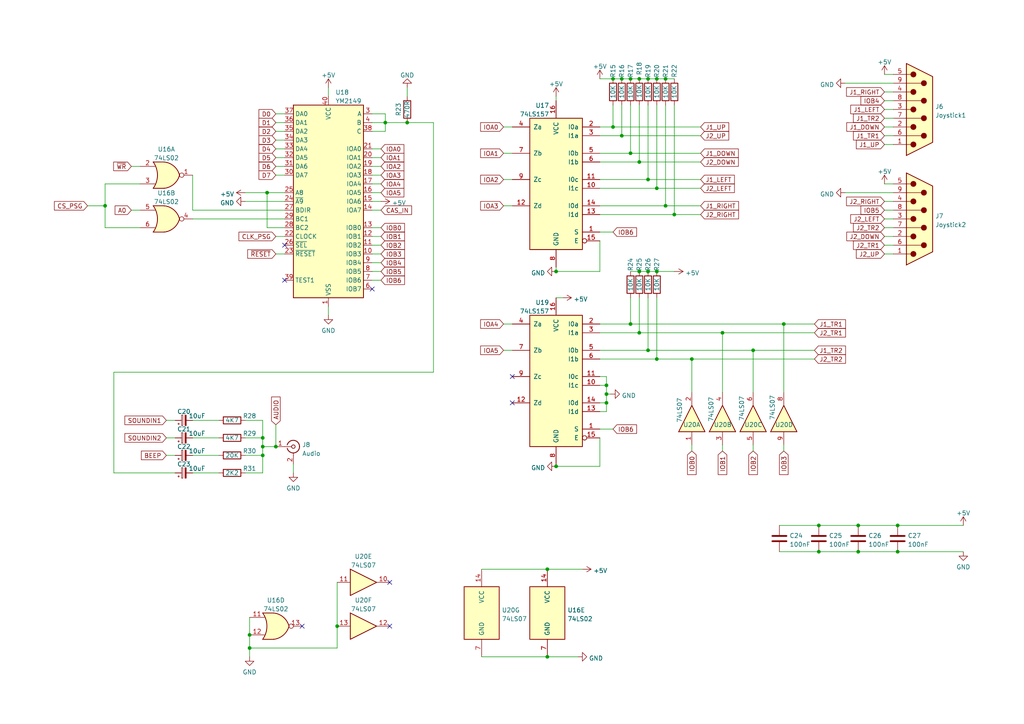
<source format=kicad_sch>
(kicad_sch (version 20250114) (generator "eeschema") (generator_version "9.0")
  (paper "A4")
  (title_block (title "JFF") (date "2025-07-16") (rev "1.1b-TMSHAT") (company "Skoti / herraa1") (comment 1 "Just for Fun - Computer"))
  (lib_symbols
    (symbol "74xx:74LS02" (pin_names (offset 1.016))
      (property "Reference" "U" (at 0 1.27 0))
      (property "Value" "74LS02" (at 0 -1.27 0))
      (symbol "74LS02_1_1"
        (pin input line (at -7.62 2.54 0) (length 4.318) (name "~") (number "2"))
        (pin input line (at -7.62 -2.54 0) (length 4.318) (name "~") (number "3"))
        (pin output inverted (at 7.62 0 180) (length 3.81) (name "~") (number "1"))
      )
      (symbol "74LS02_1_2"
        (pin input inverted (at -7.62 2.54 0) (length 3.81) (name "~") (number "2"))
        (pin input inverted (at -7.62 -2.54 0) (length 3.81) (name "~") (number "3"))
        (pin output line (at 7.62 0 180) (length 3.81) (name "~") (number "1"))
      )
      (symbol "74LS02_2_1"
        (pin input line (at -7.62 2.54 0) (length 4.318) (name "~") (number "5"))
        (pin input line (at -7.62 -2.54 0) (length 4.318) (name "~") (number "6"))
        (pin output inverted (at 7.62 0 180) (length 3.81) (name "~") (number "4"))
      )
      (symbol "74LS02_2_2"
        (pin input inverted (at -7.62 2.54 0) (length 3.81) (name "~") (number "5"))
        (pin input inverted (at -7.62 -2.54 0) (length 3.81) (name "~") (number "6"))
        (pin output line (at 7.62 0 180) (length 3.81) (name "~") (number "4"))
      )
      (symbol "74LS02_3_1"
        (pin input line (at -7.62 2.54 0) (length 4.318) (name "~") (number "8"))
        (pin input line (at -7.62 -2.54 0) (length 4.318) (name "~") (number "9"))
        (pin output inverted (at 7.62 0 180) (length 3.81) (name "~") (number "10"))
      )
      (symbol "74LS02_3_2"
        (pin input inverted (at -7.62 2.54 0) (length 3.81) (name "~") (number "8"))
        (pin input inverted (at -7.62 -2.54 0) (length 3.81) (name "~") (number "9"))
        (pin output line (at 7.62 0 180) (length 3.81) (name "~") (number "10"))
      )
      (symbol "74LS02_4_1"
        (pin input line (at -7.62 2.54 0) (length 4.318) (name "~") (number "11"))
        (pin input line (at -7.62 -2.54 0) (length 4.318) (name "~") (number "12"))
        (pin output inverted (at 7.62 0 180) (length 3.81) (name "~") (number "13"))
      )
      (symbol "74LS02_4_2"
        (pin input inverted (at -7.62 2.54 0) (length 3.81) (name "~") (number "11"))
        (pin input inverted (at -7.62 -2.54 0) (length 3.81) (name "~") (number "12"))
        (pin output line (at 7.62 0 180) (length 3.81) (name "~") (number "13"))
      )
      (symbol "74LS02_5_0"
        (pin power_in line (at 0 12.7 270) (length 5.08) (name "VCC") (number "14"))
        (pin power_in line (at 0 -12.7 90) (length 5.08) (name "GND") (number "7"))
      )
    )
    (symbol "74xx:74LS07" (pin_names (offset 1.016))
      (property "Reference" "U" (at 0 1.27 0))
      (property "Value" "74LS07" (at 0 -1.27 0))
      (symbol "74LS07_1_0"
        (pin input line (at -7.62 0 0) (length 3.81) (name "~") (number "1"))
        (pin open_collector line (at 7.62 0 180) (length 3.81) (name "~") (number "2"))
      )
      (symbol "74LS07_2_0"
        (pin input line (at -7.62 0 0) (length 3.81) (name "~") (number "3"))
        (pin open_collector line (at 7.62 0 180) (length 3.81) (name "~") (number "4"))
      )
      (symbol "74LS07_3_0"
        (pin input line (at -7.62 0 0) (length 3.81) (name "~") (number "5"))
        (pin open_collector line (at 7.62 0 180) (length 3.81) (name "~") (number "6"))
      )
      (symbol "74LS07_4_0"
        (pin input line (at -7.62 0 0) (length 3.81) (name "~") (number "9"))
        (pin open_collector line (at 7.62 0 180) (length 3.81) (name "~") (number "8"))
      )
      (symbol "74LS07_5_0"
        (pin input line (at -7.62 0 0) (length 3.81) (name "~") (number "11"))
        (pin open_collector line (at 7.62 0 180) (length 3.81) (name "~") (number "10"))
      )
      (symbol "74LS07_6_0"
        (pin input line (at -7.62 0 0) (length 3.81) (name "~") (number "13"))
        (pin open_collector line (at 7.62 0 180) (length 3.81) (name "~") (number "12"))
      )
      (symbol "74LS07_7_0"
        (pin power_in line (at 0 12.7 270) (length 5.08) (name "VCC") (number "14"))
        (pin power_in line (at 0 -12.7 90) (length 5.08) (name "GND") (number "7"))
      )
    )
    (symbol "74xx:74LS157" (pin_names (offset 1.016))
      (property "Reference" "U" (at -7.62 19.05 0))
      (property "Value" "74LS157" (at -7.62 -21.59 0))
      (symbol "74LS157_1_0"
        (pin input line (at -12.7 15.24 0) (length 5.08) (name "I0a") (number "2"))
        (pin input line (at -12.7 12.7 0) (length 5.08) (name "I1a") (number "3"))
        (pin input line (at -12.7 7.62 0) (length 5.08) (name "I0b") (number "5"))
        (pin input line (at -12.7 5.08 0) (length 5.08) (name "I1b") (number "6"))
        (pin input line (at -12.7 0 0) (length 5.08) (name "I0c") (number "11"))
        (pin input line (at -12.7 -2.54 0) (length 5.08) (name "I1c") (number "10"))
        (pin input line (at -12.7 -7.62 0) (length 5.08) (name "I0d") (number "14"))
        (pin input line (at -12.7 -10.16 0) (length 5.08) (name "I1d") (number "13"))
        (pin input line (at -12.7 -15.24 0) (length 5.08) (name "S") (number "1"))
        (pin input inverted (at -12.7 -17.78 0) (length 5.08) (name "E") (number "15"))
        (pin power_in line (at 0 22.86 270) (length 5.08) (name "VCC") (number "16"))
        (pin power_in line (at 0 -25.4 90) (length 5.08) (name "GND") (number "8"))
        (pin output line (at 12.7 15.24 180) (length 5.08) (name "Za") (number "4"))
        (pin output line (at 12.7 7.62 180) (length 5.08) (name "Zb") (number "7"))
        (pin output line (at 12.7 0 180) (length 5.08) (name "Zc") (number "9"))
        (pin output line (at 12.7 -7.62 180) (length 5.08) (name "Zd") (number "12"))
      )
    )
    (symbol "Audio:YM2149"
      (property "Reference" "U" (at -10.16 29.21 0))
      (property "Value" "YM2149" (at 3.81 29.21 0))
      (symbol "YM2149_1_1"
        (pin bidirectional line (at -12.7 25.4 0) (length 2.54) (name "DA0") (number "37"))
        (pin bidirectional line (at -12.7 22.86 0) (length 2.54) (name "DA1") (number "36"))
        (pin bidirectional line (at -12.7 20.32 0) (length 2.54) (name "DA2") (number "35"))
        (pin bidirectional line (at -12.7 17.78 0) (length 2.54) (name "DA3") (number "34"))
        (pin bidirectional line (at -12.7 15.24 0) (length 2.54) (name "DA4") (number "33"))
        (pin bidirectional line (at -12.7 12.7 0) (length 2.54) (name "DA5") (number "32"))
        (pin bidirectional line (at -12.7 10.16 0) (length 2.54) (name "DA6") (number "31"))
        (pin bidirectional line (at -12.7 7.62 0) (length 2.54) (name "DA7") (number "30"))
        (pin input line (at -12.7 2.54 0) (length 2.54) (name "A8") (number "25"))
        (pin input line (at -12.7 0 0) (length 2.54) (name "~{A9}") (number "24"))
        (pin input line (at -12.7 -2.54 0) (length 2.54) (name "BDIR") (number "27"))
        (pin input line (at -12.7 -5.08 0) (length 2.54) (name "BC1") (number "29"))
        (pin input line (at -12.7 -7.62 0) (length 2.54) (name "BC2") (number "28"))
        (pin input line (at -12.7 -10.16 0) (length 2.54) (name "CLOCK") (number "22"))
        (pin input line (at -12.7 -12.7 0) (length 2.54) (name "~{SEL}") (number "26"))
        (pin input line (at -12.7 -15.24 0) (length 2.54) (name "~{RESET}") (number "23"))
        (pin passive line (at -12.7 -22.86 0) (length 2.54) (name "TEST1") (number "39"))
        (pin no_connect line (at -10.16 -17.78 0) (length 2.54) (hide yes) (name "NC") (number "2"))
        (pin no_connect line (at -10.16 -20.32 0) (length 2.54) (hide yes) (name "NC") (number "5"))
        (pin power_in line (at 0 30.48 270) (length 2.54) (name "VCC") (number "40"))
        (pin power_in line (at 0 -30.48 90) (length 2.54) (name "VSS") (number "1"))
        (pin output line (at 12.7 25.4 180) (length 2.54) (name "A") (number "3"))
        (pin output line (at 12.7 22.86 180) (length 2.54) (name "B") (number "4"))
        (pin output line (at 12.7 20.32 180) (length 2.54) (name "C") (number "38"))
        (pin bidirectional line (at 12.7 15.24 180) (length 2.54) (name "IOA0") (number "21"))
        (pin bidirectional line (at 12.7 12.7 180) (length 2.54) (name "IOA1") (number "20"))
        (pin bidirectional line (at 12.7 10.16 180) (length 2.54) (name "IOA2") (number "19"))
        (pin bidirectional line (at 12.7 7.62 180) (length 2.54) (name "IOA3") (number "18"))
        (pin bidirectional line (at 12.7 5.08 180) (length 2.54) (name "IOA4") (number "17"))
        (pin bidirectional line (at 12.7 2.54 180) (length 2.54) (name "IOA5") (number "16"))
        (pin bidirectional line (at 12.7 0 180) (length 2.54) (name "IOA6") (number "15"))
        (pin bidirectional line (at 12.7 -2.54 180) (length 2.54) (name "IOA7") (number "14"))
        (pin bidirectional line (at 12.7 -7.62 180) (length 2.54) (name "IOB0") (number "13"))
        (pin bidirectional line (at 12.7 -10.16 180) (length 2.54) (name "IOB1") (number "12"))
        (pin bidirectional line (at 12.7 -12.7 180) (length 2.54) (name "IOB2") (number "11"))
        (pin bidirectional line (at 12.7 -15.24 180) (length 2.54) (name "IOB3") (number "10"))
        (pin bidirectional line (at 12.7 -17.78 180) (length 2.54) (name "IOB4") (number "9"))
        (pin bidirectional line (at 12.7 -20.32 180) (length 2.54) (name "IOB5") (number "8"))
        (pin bidirectional line (at 12.7 -22.86 180) (length 2.54) (name "IOB6") (number "7"))
        (pin bidirectional line (at 12.7 -25.4 180) (length 2.54) (name "IOB7") (number "6"))
      )
    )
    (symbol "Connector:Conn_Coaxial" (pin_names (offset 1.016) (hide yes))
      (property "Reference" "J" (at 0.254 3.048 0))
      (property "Value" "Conn_Coaxial" (at 2.921 0 90))
      (symbol "Conn_Coaxial_1_1"
        (pin passive line (at -5.08 0 0) (length 2.54) (name "In") (number "1"))
        (pin passive line (at 0 -5.08 90) (length 2.54) (name "Ext") (number "2"))
      )
    )
    (symbol "Connector:DB9_Male" (pin_names (offset 1.016) (hide yes))
      (property "Reference" "J" (at 0 13.97 0))
      (property "Value" "DB9_Male" (at 0 -14.605 0))
      (symbol "DB9_Male_1_1"
        (pin passive line (at -7.62 10.16 0) (length 3.81) (name "5") (number "5"))
        (pin passive line (at -7.62 7.62 0) (length 3.81) (name "9") (number "9"))
        (pin passive line (at -7.62 5.08 0) (length 3.81) (name "4") (number "4"))
        (pin passive line (at -7.62 2.54 0) (length 3.81) (name "8") (number "8"))
        (pin passive line (at -7.62 0 0) (length 3.81) (name "3") (number "3"))
        (pin passive line (at -7.62 -2.54 0) (length 3.81) (name "7") (number "7"))
        (pin passive line (at -7.62 -5.08 0) (length 3.81) (name "2") (number "2"))
        (pin passive line (at -7.62 -7.62 0) (length 3.81) (name "6") (number "6"))
        (pin passive line (at -7.62 -10.16 0) (length 3.81) (name "1") (number "1"))
      )
    )
    (symbol "Device:C" (pin_numbers (hide yes)) (pin_names (offset 0.254))
      (property "Reference" "C" (at 0.635 2.54 0))
      (property "Value" "C" (at 0.635 -2.54 0))
      (symbol "C_1_1"
        (pin passive line (at 0 3.81 270) (length 2.794) (name "~") (number "1"))
        (pin passive line (at 0 -3.81 90) (length 2.794) (name "~") (number "2"))
      )
    )
    (symbol "Device:C_Polarized_Small" (pin_numbers (hide yes)) (pin_names (offset 0.254) (hide yes))
      (property "Reference" "C" (at 0.254 1.778 0))
      (property "Value" "C_Polarized_Small" (at 0.254 -2.032 0))
      (symbol "C_Polarized_Small_1_1"
        (pin passive line (at 0 2.54 270) (length 1.8542) (name "~") (number "1"))
        (pin passive line (at 0 -2.54 90) (length 1.8542) (name "~") (number "2"))
      )
    )
    (symbol "Device:R" (pin_numbers (hide yes)) (pin_names (offset 0))
      (property "Reference" "R" (at 2.032 0 90))
      (property "Value" "R" (at 0 0 90))
      (symbol "R_1_1"
        (pin passive line (at 0 3.81 270) (length 1.27) (name "~") (number "1"))
        (pin passive line (at 0 -3.81 90) (length 1.27) (name "~") (number "2"))
      )
    )
    (symbol "power:+5V" (power) (pin_names (offset 0))
      (property "Value" "+5V" (at 0 3.556 0))
      (symbol "+5V_1_1"
        (pin power_in line (at 0 0 90) (length 0) (hide yes) (name "+5V") (number "1"))
      )
    )
    (symbol "power:GND" (power) (pin_names (offset 0))
      (property "Value" "GND" (at 0 -3.81 0))
      (symbol "GND_1_1"
        (pin power_in line (at 0 0 270) (length 0) (hide yes) (name "GND") (number "1"))
      )
    )
  )
  (junction (at 193.04 22.86))
  (junction (at 187.96 22.86))
  (junction (at 182.88 22.86))
  (junction (at 30.48 59.69))
  (junction (at 175.895 116.84))
  (junction (at 182.88 93.98))
  (junction (at 248.92 160.02))
  (junction (at 200.66 104.14))
  (junction (at 260.35 160.02))
  (junction (at 158.75 165.1))
  (junction (at 76.2 132.08))
  (junction (at 177.8 36.83))
  (junction (at 185.42 96.52))
  (junction (at 248.92 152.4))
  (junction (at 72.39 184.15))
  (junction (at 77.47 55.88))
  (junction (at 158.75 190.5))
  (junction (at 237.49 160.02))
  (junction (at 195.58 62.23))
  (junction (at 190.5 78.74))
  (junction (at 72.39 187.96))
  (junction (at 187.96 52.07))
  (junction (at 161.29 78.74))
  (junction (at 193.04 59.69))
  (junction (at 187.96 101.6))
  (junction (at 190.5 54.61))
  (junction (at 227.33 93.98))
  (junction (at 97.79 181.61))
  (junction (at 185.42 78.74))
  (junction (at 209.55 96.52))
  (junction (at 237.49 152.4))
  (junction (at 76.2 129.54))
  (junction (at 185.42 46.99))
  (junction (at 161.29 135.255))
  (junction (at 76.2 127))
  (junction (at 180.34 39.37))
  (junction (at 190.5 22.86))
  (junction (at 182.88 44.45))
  (junction (at 175.895 111.76))
  (junction (at 185.42 22.86))
  (junction (at 260.35 152.4))
  (junction (at 111.76 35.56))
  (junction (at 175.895 114.3))
  (junction (at 80.01 129.54))
  (junction (at 180.34 22.86))
  (junction (at 177.8 22.86))
  (junction (at 187.96 78.74))
  (junction (at 118.11 35.56))
  (junction (at 218.44 101.6))
  (junction (at 190.5 104.14))
  (no_connect (at 107.95 83.82))
  (no_connect (at 82.55 81.28))
  (no_connect (at 82.55 71.12))
  (no_connect (at 148.59 109.22))
  (no_connect (at 148.59 116.84))
  (no_connect (at 87.63 181.61))
  (no_connect (at 113.03 181.61))
  (no_connect (at 113.03 168.91))
  (wire (pts (xy 161.29 78.74) (xy 173.99 78.74)))
  (wire (pts (xy 97.79 187.96) (xy 72.39 187.96)))
  (wire (pts (xy 182.88 44.45) (xy 203.2 44.45)))
  (wire (pts (xy 55.88 137.16) (xy 63.5 137.16)))
  (wire (pts (xy 107.95 78.74) (xy 110.49 78.74)))
  (wire (pts (xy 187.96 86.36) (xy 187.96 101.6)))
  (wire (pts (xy 182.88 30.48) (xy 182.88 44.45)))
  (wire (pts (xy 76.2 132.08) (xy 71.12 132.08)))
  (wire (pts (xy 48.26 127) (xy 50.8 127)))
  (wire (pts (xy 180.34 30.48) (xy 180.34 39.37)))
  (wire (pts (xy 187.96 22.86) (xy 190.5 22.86)))
  (wire (pts (xy 107.95 71.12) (xy 110.49 71.12)))
  (wire (pts (xy 38.1 60.96) (xy 40.64 60.96)))
  (wire (pts (xy 139.7 190.5) (xy 158.75 190.5)))
  (wire (pts (xy 118.11 35.56) (xy 125.73 35.56)))
  (wire (pts (xy 173.99 111.76) (xy 175.895 111.76)))
  (wire (pts (xy 107.95 33.02) (xy 111.76 33.02)))
  (wire (pts (xy 190.5 54.61) (xy 203.2 54.61)))
  (wire (pts (xy 107.95 53.34) (xy 110.49 53.34)))
  (wire (pts (xy 82.55 60.96) (xy 55.88 60.96)))
  (wire (pts (xy 55.88 132.08) (xy 63.5 132.08)))
  (wire (pts (xy 107.95 38.1) (xy 111.76 38.1)))
  (wire (pts (xy 256.54 36.83) (xy 259.08 36.83)))
  (wire (pts (xy 72.39 184.15) (xy 72.39 187.96)))
  (wire (pts (xy 175.895 111.76) (xy 175.895 114.3)))
  (wire (pts (xy 185.42 96.52) (xy 209.55 96.52)))
  (wire (pts (xy 85.09 134.62) (xy 85.09 137.16)))
  (wire (pts (xy 80.01 33.02) (xy 82.55 33.02)))
  (wire (pts (xy 209.55 129.032) (xy 209.55 130.81)))
  (wire (pts (xy 111.76 35.56) (xy 118.11 35.56)))
  (wire (pts (xy 111.76 33.02) (xy 111.76 35.56)))
  (wire (pts (xy 182.88 86.36) (xy 182.88 93.98)))
  (wire (pts (xy 248.92 160.02) (xy 260.35 160.02)))
  (wire (pts (xy 226.06 152.4) (xy 237.49 152.4)))
  (wire (pts (xy 256.54 39.37) (xy 259.08 39.37)))
  (wire (pts (xy 80.01 38.1) (xy 82.55 38.1)))
  (wire (pts (xy 72.39 187.96) (xy 72.39 190.5)))
  (wire (pts (xy 55.88 127) (xy 63.5 127)))
  (wire (pts (xy 173.99 67.31) (xy 177.8 67.31)))
  (wire (pts (xy 80.01 45.72) (xy 82.55 45.72)))
  (wire (pts (xy 125.73 107.95) (xy 33.02 107.95)))
  (wire (pts (xy 173.99 69.85) (xy 173.99 78.74)))
  (wire (pts (xy 175.895 109.22) (xy 175.895 111.76)))
  (wire (pts (xy 200.66 104.14) (xy 236.22 104.14)))
  (wire (pts (xy 107.95 48.26) (xy 110.49 48.26)))
  (wire (pts (xy 107.95 58.42) (xy 110.49 58.42)))
  (wire (pts (xy 146.05 44.45) (xy 148.59 44.45)))
  (wire (pts (xy 161.29 135.255) (xy 161.29 134.62)))
  (wire (pts (xy 245.11 55.88) (xy 259.08 55.88)))
  (wire (pts (xy 173.99 52.07) (xy 187.96 52.07)))
  (wire (pts (xy 200.66 129.032) (xy 200.66 130.81)))
  (wire (pts (xy 237.49 152.4) (xy 248.92 152.4)))
  (wire (pts (xy 190.5 86.36) (xy 190.5 104.14)))
  (wire (pts (xy 173.99 54.61) (xy 190.5 54.61)))
  (wire (pts (xy 80.01 40.64) (xy 82.55 40.64)))
  (wire (pts (xy 180.34 39.37) (xy 203.2 39.37)))
  (wire (pts (xy 80.01 43.18) (xy 82.55 43.18)))
  (wire (pts (xy 146.05 59.69) (xy 148.59 59.69)))
  (wire (pts (xy 187.96 101.6) (xy 218.44 101.6)))
  (wire (pts (xy 97.79 181.61) (xy 97.79 187.96)))
  (wire (pts (xy 200.66 113.792) (xy 200.66 104.14)))
  (wire (pts (xy 260.35 152.4) (xy 279.4 152.4)))
  (wire (pts (xy 30.48 53.34) (xy 30.48 59.69)))
  (wire (pts (xy 72.39 179.07) (xy 72.39 184.15)))
  (wire (pts (xy 173.99 93.98) (xy 182.88 93.98)))
  (wire (pts (xy 175.895 116.84) (xy 175.895 119.38)))
  (wire (pts (xy 173.99 119.38) (xy 175.895 119.38)))
  (wire (pts (xy 76.2 127) (xy 76.2 129.54)))
  (wire (pts (xy 193.04 30.48) (xy 193.04 59.69)))
  (wire (pts (xy 173.99 62.23) (xy 195.58 62.23)))
  (wire (pts (xy 256.54 73.66) (xy 259.08 73.66)))
  (wire (pts (xy 245.11 24.13) (xy 259.08 24.13)))
  (wire (pts (xy 182.88 78.74) (xy 185.42 78.74)))
  (wire (pts (xy 218.44 129.032) (xy 218.44 130.81)))
  (wire (pts (xy 76.2 121.92) (xy 76.2 127)))
  (wire (pts (xy 256.54 66.04) (xy 259.08 66.04)))
  (wire (pts (xy 80.01 50.8) (xy 82.55 50.8)))
  (wire (pts (xy 209.55 96.52) (xy 236.22 96.52)))
  (wire (pts (xy 107.95 35.56) (xy 111.76 35.56)))
  (wire (pts (xy 71.12 58.42) (xy 82.55 58.42)))
  (wire (pts (xy 82.55 66.04) (xy 77.47 66.04)))
  (wire (pts (xy 76.2 132.08) (xy 76.2 137.16)))
  (wire (pts (xy 97.79 168.91) (xy 97.79 181.61)))
  (wire (pts (xy 190.5 104.14) (xy 200.66 104.14)))
  (wire (pts (xy 30.48 59.69) (xy 30.48 66.04)))
  (wire (pts (xy 248.92 152.4) (xy 260.35 152.4)))
  (wire (pts (xy 107.95 66.04) (xy 110.49 66.04)))
  (wire (pts (xy 76.2 129.54) (xy 80.01 129.54)))
  (wire (pts (xy 185.42 30.48) (xy 185.42 46.99)))
  (wire (pts (xy 107.95 55.88) (xy 110.49 55.88)))
  (wire (pts (xy 161.29 135.255) (xy 173.99 135.255)))
  (wire (pts (xy 173.99 104.14) (xy 190.5 104.14)))
  (wire (pts (xy 173.99 101.6) (xy 187.96 101.6)))
  (wire (pts (xy 146.05 36.83) (xy 148.59 36.83)))
  (wire (pts (xy 33.02 137.16) (xy 50.8 137.16)))
  (wire (pts (xy 256.54 63.5) (xy 259.08 63.5)))
  (wire (pts (xy 187.96 30.48) (xy 187.96 52.07)))
  (wire (pts (xy 71.12 127) (xy 76.2 127)))
  (wire (pts (xy 38.1 48.26) (xy 40.64 48.26)))
  (wire (pts (xy 107.95 45.72) (xy 110.49 45.72)))
  (wire (pts (xy 71.12 55.88) (xy 77.47 55.88)))
  (wire (pts (xy 55.88 121.92) (xy 63.5 121.92)))
  (wire (pts (xy 95.25 88.9) (xy 95.25 91.44)))
  (wire (pts (xy 25.4 59.69) (xy 30.48 59.69)))
  (wire (pts (xy 95.25 25.4) (xy 95.25 27.94)))
  (wire (pts (xy 173.99 44.45) (xy 182.88 44.45)))
  (wire (pts (xy 175.895 114.3) (xy 177.165 114.3)))
  (wire (pts (xy 48.26 132.08) (xy 50.8 132.08)))
  (wire (pts (xy 107.95 68.58) (xy 110.49 68.58)))
  (wire (pts (xy 256.54 53.34) (xy 259.08 53.34)))
  (wire (pts (xy 80.01 123.19) (xy 80.01 129.54)))
  (wire (pts (xy 55.88 50.8) (xy 55.88 60.96)))
  (wire (pts (xy 177.8 22.86) (xy 180.34 22.86)))
  (wire (pts (xy 107.95 81.28) (xy 110.49 81.28)))
  (wire (pts (xy 173.99 109.22) (xy 175.895 109.22)))
  (wire (pts (xy 175.895 114.3) (xy 175.895 116.84)))
  (wire (pts (xy 77.47 55.88) (xy 82.55 55.88)))
  (wire (pts (xy 107.95 50.8) (xy 110.49 50.8)))
  (wire (pts (xy 30.48 66.04) (xy 40.64 66.04)))
  (wire (pts (xy 111.76 38.1) (xy 111.76 35.56)))
  (wire (pts (xy 227.33 93.98) (xy 236.22 93.98)))
  (wire (pts (xy 80.01 35.56) (xy 82.55 35.56)))
  (wire (pts (xy 185.42 78.74) (xy 187.96 78.74)))
  (wire (pts (xy 40.64 53.34) (xy 30.48 53.34)))
  (wire (pts (xy 76.2 137.16) (xy 71.12 137.16)))
  (wire (pts (xy 195.58 30.48) (xy 195.58 62.23)))
  (wire (pts (xy 158.75 190.5) (xy 167.64 190.5)))
  (wire (pts (xy 107.95 73.66) (xy 110.49 73.66)))
  (wire (pts (xy 256.54 58.42) (xy 259.08 58.42)))
  (wire (pts (xy 180.34 22.86) (xy 182.88 22.86)))
  (wire (pts (xy 260.35 160.02) (xy 279.4 160.02)))
  (wire (pts (xy 256.54 71.12) (xy 259.08 71.12)))
  (wire (pts (xy 256.54 68.58) (xy 259.08 68.58)))
  (wire (pts (xy 161.29 86.36) (xy 163.195 86.36)))
  (wire (pts (xy 33.02 107.95) (xy 33.02 137.16)))
  (wire (pts (xy 173.99 22.86) (xy 177.8 22.86)))
  (wire (pts (xy 256.54 60.96) (xy 259.08 60.96)))
  (wire (pts (xy 185.42 46.99) (xy 203.2 46.99)))
  (wire (pts (xy 161.29 27.94) (xy 161.29 29.21)))
  (wire (pts (xy 173.99 46.99) (xy 185.42 46.99)))
  (wire (pts (xy 77.47 66.04) (xy 77.47 55.88)))
  (wire (pts (xy 190.5 22.86) (xy 193.04 22.86)))
  (wire (pts (xy 256.54 34.29) (xy 259.08 34.29)))
  (wire (pts (xy 227.33 113.792) (xy 227.33 93.98)))
  (wire (pts (xy 80.01 73.66) (xy 82.55 73.66)))
  (wire (pts (xy 55.88 63.5) (xy 82.55 63.5)))
  (wire (pts (xy 227.33 129.032) (xy 227.33 130.81)))
  (wire (pts (xy 71.12 121.92) (xy 76.2 121.92)))
  (wire (pts (xy 107.95 60.96) (xy 110.49 60.96)))
  (wire (pts (xy 182.88 22.86) (xy 185.42 22.86)))
  (wire (pts (xy 107.95 76.2) (xy 110.49 76.2)))
  (wire (pts (xy 256.54 21.59) (xy 259.08 21.59)))
  (wire (pts (xy 190.5 30.48) (xy 190.5 54.61)))
  (wire (pts (xy 190.5 78.74) (xy 195.58 78.74)))
  (wire (pts (xy 185.42 22.86) (xy 187.96 22.86)))
  (wire (pts (xy 80.01 48.26) (xy 82.55 48.26)))
  (wire (pts (xy 187.96 78.74) (xy 190.5 78.74)))
  (wire (pts (xy 107.95 43.18) (xy 110.49 43.18)))
  (wire (pts (xy 177.8 30.48) (xy 177.8 36.83)))
  (wire (pts (xy 173.99 116.84) (xy 175.895 116.84)))
  (wire (pts (xy 173.99 124.46) (xy 177.8 124.46)))
  (wire (pts (xy 177.8 36.83) (xy 203.2 36.83)))
  (wire (pts (xy 226.06 160.02) (xy 237.49 160.02)))
  (wire (pts (xy 187.96 52.07) (xy 203.2 52.07)))
  (wire (pts (xy 195.58 62.23) (xy 203.2 62.23)))
  (wire (pts (xy 173.99 127) (xy 173.99 135.255)))
  (wire (pts (xy 48.26 121.92) (xy 50.8 121.92)))
  (wire (pts (xy 146.05 101.6) (xy 148.59 101.6)))
  (wire (pts (xy 146.05 52.07) (xy 148.59 52.07)))
  (wire (pts (xy 118.11 25.4) (xy 118.11 27.94)))
  (wire (pts (xy 182.88 93.98) (xy 227.33 93.98)))
  (wire (pts (xy 158.75 165.1) (xy 168.91 165.1)))
  (wire (pts (xy 185.42 86.36) (xy 185.42 96.52)))
  (wire (pts (xy 218.44 113.792) (xy 218.44 101.6)))
  (wire (pts (xy 256.54 29.21) (xy 259.08 29.21)))
  (wire (pts (xy 173.99 59.69) (xy 193.04 59.69)))
  (wire (pts (xy 256.54 31.75) (xy 259.08 31.75)))
  (wire (pts (xy 146.05 93.98) (xy 148.59 93.98)))
  (wire (pts (xy 256.54 26.67) (xy 259.08 26.67)))
  (wire (pts (xy 173.99 96.52) (xy 185.42 96.52)))
  (wire (pts (xy 125.73 35.56) (xy 125.73 107.95)))
  (wire (pts (xy 218.44 101.6) (xy 236.22 101.6)))
  (wire (pts (xy 80.01 68.58) (xy 82.55 68.58)))
  (wire (pts (xy 173.99 36.83) (xy 177.8 36.83)))
  (wire (pts (xy 76.2 129.54) (xy 76.2 132.08)))
  (wire (pts (xy 209.55 96.52) (xy 209.55 113.792)))
  (wire (pts (xy 161.29 77.47) (xy 161.29 78.74)))
  (wire (pts (xy 193.04 22.86) (xy 195.58 22.86)))
  (wire (pts (xy 139.7 165.1) (xy 158.75 165.1)))
  (wire (pts (xy 193.04 59.69) (xy 203.2 59.69)))
  (wire (pts (xy 256.54 41.91) (xy 259.08 41.91)))
  (wire (pts (xy 237.49 160.02) (xy 248.92 160.02)))
  (wire (pts (xy 173.99 39.37) (xy 180.34 39.37)))
  (global_label "IOA0" (shape input) (at 110.49 43.18 0) (property "Intersheetrefs" "${INTERSHEET_REFS}" (effects (hide yes))))
  (global_label "J2_UP" (shape input) (at 256.54 73.66 180) (property "Intersheetrefs" "${INTERSHEET_REFS}" (effects (hide yes))))
  (global_label "D7" (shape input) (at 80.01 50.8 180) (property "Intersheetrefs" "${INTERSHEET_REFS}" (effects (hide yes))))
  (global_label "J1_UP" (shape input) (at 203.2 36.83 0) (property "Intersheetrefs" "${INTERSHEET_REFS}" (effects (hide yes))))
  (global_label "IOA2" (shape input) (at 146.05 52.07 180) (property "Intersheetrefs" "${INTERSHEET_REFS}" (effects (hide yes))))
  (global_label "BEEP" (shape input) (at 48.26 132.08 180) (property "Intersheetrefs" "${INTERSHEET_REFS}" (effects (hide yes))))
  (global_label "SOUNDIN1" (shape input) (at 48.26 121.92 180) (property "Intersheetrefs" "${INTERSHEET_REFS}" (effects (hide yes))))
  (global_label "J1_DOWN" (shape input) (at 203.2 44.45 0) (property "Intersheetrefs" "${INTERSHEET_REFS}" (effects (hide yes))))
  (global_label "IOA4" (shape input) (at 110.49 53.34 0) (property "Intersheetrefs" "${INTERSHEET_REFS}" (effects (hide yes))))
  (global_label "IOA4" (shape input) (at 146.05 93.98 180) (property "Intersheetrefs" "${INTERSHEET_REFS}" (effects (hide yes))))
  (global_label "J2_LEFT" (shape input) (at 256.54 63.5 180) (property "Intersheetrefs" "${INTERSHEET_REFS}" (effects (hide yes))))
  (global_label "IOB6" (shape input) (at 177.8 67.31 0) (property "Intersheetrefs" "${INTERSHEET_REFS}" (effects (hide yes))))
  (global_label "IOA2" (shape input) (at 110.49 48.26 0) (property "Intersheetrefs" "${INTERSHEET_REFS}" (effects (hide yes))))
  (global_label "J1_TR1" (shape input) (at 236.22 93.98 0) (property "Intersheetrefs" "${INTERSHEET_REFS}" (effects (hide yes))))
  (global_label "J1_TR1" (shape input) (at 256.54 39.37 180) (property "Intersheetrefs" "${INTERSHEET_REFS}" (effects (hide yes))))
  (global_label "J2_DOWN" (shape input) (at 256.54 68.58 180) (property "Intersheetrefs" "${INTERSHEET_REFS}" (effects (hide yes))))
  (global_label "J2_DOWN" (shape input) (at 203.2 46.99 0) (property "Intersheetrefs" "${INTERSHEET_REFS}" (effects (hide yes))))
  (global_label "IOB4" (shape input) (at 256.54 29.21 180) (property "Intersheetrefs" "${INTERSHEET_REFS}" (effects (hide yes))))
  (global_label "CS_PSG" (shape input) (at 25.4 59.69 180) (property "Intersheetrefs" "${INTERSHEET_REFS}" (effects (hide yes))))
  (global_label "D3" (shape input) (at 80.01 40.64 180) (property "Intersheetrefs" "${INTERSHEET_REFS}" (effects (hide yes))))
  (global_label "IOA0" (shape input) (at 146.05 36.83 180) (property "Intersheetrefs" "${INTERSHEET_REFS}" (effects (hide yes))))
  (global_label "A0" (shape input) (at 38.1 60.96 180) (property "Intersheetrefs" "${INTERSHEET_REFS}" (effects (hide yes))))
  (global_label "AUDIO" (shape input) (at 80.01 123.19 90) (property "Intersheetrefs" "${INTERSHEET_REFS}" (effects (hide yes))))
  (global_label "J2_TR2" (shape input) (at 256.54 66.04 180) (property "Intersheetrefs" "${INTERSHEET_REFS}" (effects (hide yes))))
  (global_label "IOB5" (shape input) (at 110.49 78.74 0) (property "Intersheetrefs" "${INTERSHEET_REFS}" (effects (hide yes))))
  (global_label "J1_DOWN" (shape input) (at 256.54 36.83 180) (property "Intersheetrefs" "${INTERSHEET_REFS}" (effects (hide yes))))
  (global_label "~{RESET}" (shape input) (at 80.01 73.66 180) (property "Intersheetrefs" "${INTERSHEET_REFS}" (effects (hide yes))))
  (global_label "J2_LEFT" (shape input) (at 203.2 54.61 0) (property "Intersheetrefs" "${INTERSHEET_REFS}" (effects (hide yes))))
  (global_label "IOB4" (shape input) (at 110.49 76.2 0) (property "Intersheetrefs" "${INTERSHEET_REFS}" (effects (hide yes))))
  (global_label "J2_RIGHT" (shape input) (at 203.2 62.23 0) (property "Intersheetrefs" "${INTERSHEET_REFS}" (effects (hide yes))))
  (global_label "J1_RIGHT" (shape input) (at 256.54 26.67 180) (property "Intersheetrefs" "${INTERSHEET_REFS}" (effects (hide yes))))
  (global_label "CAS_IN" (shape input) (at 110.49 60.96 0) (property "Intersheetrefs" "${INTERSHEET_REFS}" (effects (hide yes))))
  (global_label "IOB6" (shape input) (at 110.49 81.28 0) (property "Intersheetrefs" "${INTERSHEET_REFS}" (effects (hide yes))))
  (global_label "J1_TR2" (shape input) (at 256.54 34.29 180) (property "Intersheetrefs" "${INTERSHEET_REFS}" (effects (hide yes))))
  (global_label "IOA1" (shape input) (at 146.05 44.45 180) (property "Intersheetrefs" "${INTERSHEET_REFS}" (effects (hide yes))))
  (global_label "D6" (shape input) (at 80.01 48.26 180) (property "Intersheetrefs" "${INTERSHEET_REFS}" (effects (hide yes))))
  (global_label "IOB2" (shape input) (at 110.49 71.12 0) (property "Intersheetrefs" "${INTERSHEET_REFS}" (effects (hide yes))))
  (global_label "IOB0" (shape input) (at 110.49 66.04 0) (property "Intersheetrefs" "${INTERSHEET_REFS}" (effects (hide yes))))
  (global_label "IOB1" (shape input) (at 110.49 68.58 0) (property "Intersheetrefs" "${INTERSHEET_REFS}" (effects (hide yes))))
  (global_label "D1" (shape input) (at 80.01 35.56 180) (property "Intersheetrefs" "${INTERSHEET_REFS}" (effects (hide yes))))
  (global_label "IOB2" (shape input) (at 218.44 130.81 270) (property "Intersheetrefs" "${INTERSHEET_REFS}" (effects (hide yes))))
  (global_label "J2_RIGHT" (shape input) (at 256.54 58.42 180) (property "Intersheetrefs" "${INTERSHEET_REFS}" (effects (hide yes))))
  (global_label "J1_TR2" (shape input) (at 236.22 101.6 0) (property "Intersheetrefs" "${INTERSHEET_REFS}" (effects (hide yes))))
  (global_label "J1_LEFT" (shape input) (at 256.54 31.75 180) (property "Intersheetrefs" "${INTERSHEET_REFS}" (effects (hide yes))))
  (global_label "CLK_PSG" (shape input) (at 80.01 68.58 180) (property "Intersheetrefs" "${INTERSHEET_REFS}" (effects (hide yes))))
  (global_label "IOA5" (shape input) (at 110.49 55.88 0) (property "Intersheetrefs" "${INTERSHEET_REFS}" (effects (hide yes))))
  (global_label "IOA1" (shape input) (at 110.49 45.72 0) (property "Intersheetrefs" "${INTERSHEET_REFS}" (effects (hide yes))))
  (global_label "D0" (shape input) (at 80.01 33.02 180) (property "Intersheetrefs" "${INTERSHEET_REFS}" (effects (hide yes))))
  (global_label "J2_TR2" (shape input) (at 236.22 104.14 0) (property "Intersheetrefs" "${INTERSHEET_REFS}" (effects (hide yes))))
  (global_label "D2" (shape input) (at 80.01 38.1 180) (property "Intersheetrefs" "${INTERSHEET_REFS}" (effects (hide yes))))
  (global_label "J1_UP" (shape input) (at 256.54 41.91 180) (property "Intersheetrefs" "${INTERSHEET_REFS}" (effects (hide yes))))
  (global_label "IOA3" (shape input) (at 146.05 59.69 180) (property "Intersheetrefs" "${INTERSHEET_REFS}" (effects (hide yes))))
  (global_label "D5" (shape input) (at 80.01 45.72 180) (property "Intersheetrefs" "${INTERSHEET_REFS}" (effects (hide yes))))
  (global_label "D4" (shape input) (at 80.01 43.18 180) (property "Intersheetrefs" "${INTERSHEET_REFS}" (effects (hide yes))))
  (global_label "~{WR}" (shape input) (at 38.1 48.26 180) (property "Intersheetrefs" "${INTERSHEET_REFS}" (effects (hide yes))))
  (global_label "SOUNDIN2" (shape input) (at 48.26 127 180) (property "Intersheetrefs" "${INTERSHEET_REFS}" (effects (hide yes))))
  (global_label "IOA5" (shape input) (at 146.05 101.6 180) (property "Intersheetrefs" "${INTERSHEET_REFS}" (effects (hide yes))))
  (global_label "J2_TR1" (shape input) (at 256.54 71.12 180) (property "Intersheetrefs" "${INTERSHEET_REFS}" (effects (hide yes))))
  (global_label "J2_UP" (shape input) (at 203.2 39.37 0) (property "Intersheetrefs" "${INTERSHEET_REFS}" (effects (hide yes))))
  (global_label "IOB1" (shape input) (at 209.55 130.81 270) (property "Intersheetrefs" "${INTERSHEET_REFS}" (effects (hide yes))))
  (global_label "IOB3" (shape input) (at 227.33 130.81 270) (property "Intersheetrefs" "${INTERSHEET_REFS}" (effects (hide yes))))
  (global_label "J2_TR1" (shape input) (at 236.22 96.52 0) (property "Intersheetrefs" "${INTERSHEET_REFS}" (effects (hide yes))))
  (global_label "IOB3" (shape input) (at 110.49 73.66 0) (property "Intersheetrefs" "${INTERSHEET_REFS}" (effects (hide yes))))
  (global_label "IOB5" (shape input) (at 256.54 60.96 180) (property "Intersheetrefs" "${INTERSHEET_REFS}" (effects (hide yes))))
  (global_label "IOB6" (shape input) (at 177.8 124.46 0) (property "Intersheetrefs" "${INTERSHEET_REFS}" (effects (hide yes))))
  (global_label "J1_LEFT" (shape input) (at 203.2 52.07 0) (property "Intersheetrefs" "${INTERSHEET_REFS}" (effects (hide yes))))
  (global_label "J1_RIGHT" (shape input) (at 203.2 59.69 0) (property "Intersheetrefs" "${INTERSHEET_REFS}" (effects (hide yes))))
  (global_label "IOB0" (shape input) (at 200.66 130.81 270) (property "Intersheetrefs" "${INTERSHEET_REFS}" (effects (hide yes))))
  (global_label "IOA3" (shape input) (at 110.49 50.8 0) (property "Intersheetrefs" "${INTERSHEET_REFS}" (effects (hide yes))))
  (symbol (lib_id "74xx:74LS02") (at 80.01 181.61 0) (unit 4)
    (property "Reference" "U16" (at 80.01 174.1002 0))
    (property "Value" "74LS02" (at 80.01 176.6371 0))
    (property "Footprint" "Package_DIP:DIP-14_W7.62mm_Socket" (effects (hide yes)))
    (property "Datasheet" "http://www.ti.com/lit/gpn/sn74ls02" (effects (hide yes)))
  )
  (symbol (lib_id "Audio:YM2149") (at 95.25 58.42 0) (unit 1)
    (property "Reference" "U18" (at 97.2694 26.7802 0) (effects (justify left)))
    (property "Value" "YM2149" (at 97.2694 29.3171 0) (effects (justify left)))
    (property "Footprint" "Package_DIP:DIP-40_W15.24mm_Socket" (effects (hide yes)))
    (property "Datasheet" "http://www.ym2149.com/ym2149.pdf" (effects (hide yes)))
  )
  (symbol (lib_id "74xx:74LS07") (at 105.41 181.61 0) (unit 6)
    (property "Reference" "U20" (at 105.41 174.1002 0))
    (property "Value" "74LS07" (at 105.41 176.6371 0))
    (property "Footprint" "Package_DIP:DIP-14_W7.62mm_Socket" (effects (hide yes)))
    (property "Datasheet" "www.ti.com/lit/ds/symlink/sn74ls07.pdf" (effects (hide yes)))
  )
  (symbol (lib_id "Device:R") (at 187.96 82.55 0) (unit 1)
    (property "Reference" "R26" (at 187.96 76.708 90))
    (property "Value" "10K" (at 187.96 82.55 90))
    (property "Footprint" "Resistor_THT:R_Axial_DIN0204_L3.6mm_D1.6mm_P7.62mm_Horizontal" (effects (hide yes)))
  )
  (symbol (lib_id "74xx:74LS07") (at 200.66 121.412 90) (unit 1)
    (property "Reference" "U20" (at 198.12 123.19 90) (effects (justify right)))
    (property "Value" "74LS07" (at 197.104 115.316 0) (effects (justify right)))
    (property "Footprint" "Package_DIP:DIP-14_W7.62mm_Socket" (effects (hide yes)))
    (property "Datasheet" "www.ti.com/lit/ds/symlink/sn74ls07.pdf" (effects (hide yes)))
  )
  (symbol (lib_id "power:GND") (at 177.165 114.3 90) (unit 1)
    (property "Reference" "#PWR0145" (effects (hide yes)))
    (property "Value" "GND" (at 180.34 114.7338 90) (effects (justify right)))
  )
  (symbol (lib_id "power:+5V") (at 168.91 165.1 270) (unit 1)
    (property "Reference" "#PWR0184" (effects (hide yes)))
    (property "Value" "+5V" (at 172.085 165.5338 90) (effects (justify left)))
  )
  (symbol (lib_id "74xx:74LS02") (at 48.26 50.8 0) (unit 1)
    (property "Reference" "U16" (at 48.26 43.2902 0))
    (property "Value" "74LS02" (at 48.26 45.8271 0))
    (property "Footprint" "Package_DIP:DIP-14_W7.62mm_Socket" (effects (hide yes)))
    (property "Datasheet" "http://www.ti.com/lit/gpn/sn74ls02" (effects (hide yes)))
  )
  (symbol (lib_id "Device:R") (at 185.42 82.55 0) (unit 1)
    (property "Reference" "R25" (at 185.42 76.708 90))
    (property "Value" "10K" (at 185.42 82.55 90))
    (property "Footprint" "Resistor_THT:R_Axial_DIN0204_L3.6mm_D1.6mm_P7.62mm_Horizontal" (effects (hide yes)))
  )
  (symbol (lib_id "Device:R") (at 177.8 26.67 0) (unit 1)
    (property "Reference" "R15" (at 177.8 20.574 90))
    (property "Value" "10K" (at 177.8 26.67 90))
    (property "Footprint" "Resistor_THT:R_Axial_DIN0204_L3.6mm_D1.6mm_P7.62mm_Horizontal" (effects (hide yes)))
  )
  (symbol (lib_id "power:GND") (at 167.64 190.5 90) (unit 1)
    (property "Reference" "#PWR0183" (effects (hide yes)))
    (property "Value" "GND" (at 170.815 190.9338 90) (effects (justify right)))
  )
  (symbol (lib_id "Device:R") (at 185.42 26.67 0) (unit 1)
    (property "Reference" "R18" (at 185.42 21.844 90) (effects (justify left)))
    (property "Value" "10K" (at 185.42 28.448 90) (effects (justify left)))
    (property "Footprint" "Resistor_THT:R_Axial_DIN0204_L3.6mm_D1.6mm_P7.62mm_Horizontal" (effects (hide yes)))
  )
  (symbol (lib_id "power:GND") (at 85.09 137.16 0) (unit 1)
    (property "Reference" "#PWR0220" (effects (hide yes)))
    (property "Value" "GND" (at 85.09 141.6034 0))
  )
  (symbol (lib_id "Device:C_Polarized_Small") (at 53.34 132.08 90) (unit 1)
    (property "Reference" "C22" (at 53.34 129.54 90))
    (property "Value" "10uF" (at 57.15 130.81 90))
    (property "Footprint" "Capacitor_THT:CP_Radial_D5.0mm_P2.50mm" (effects (hide yes)))
  )
  (symbol (lib_id "Device:C") (at 248.92 156.21 0) (unit 1)
    (property "Reference" "C26" (at 251.841 155.3753 0) (effects (justify left)))
    (property "Value" "100nF" (at 251.841 157.9122 0) (effects (justify left)))
    (property "Footprint" "Capacitor_THT:C_Disc_D3.0mm_W2.0mm_P2.50mm" (effects (hide yes)))
  )
  (symbol (lib_id "Device:C") (at 237.49 156.21 0) (unit 1)
    (property "Reference" "C25" (at 240.411 155.3753 0) (effects (justify left)))
    (property "Value" "100nF" (at 240.411 157.9122 0) (effects (justify left)))
    (property "Footprint" "Capacitor_THT:C_Disc_D3.0mm_W2.0mm_P2.50mm" (effects (hide yes)))
  )
  (symbol (lib_id "power:+5V") (at 95.25 25.4 0) (unit 1)
    (property "Reference" "#PWR0125" (effects (hide yes)))
    (property "Value" "+5V" (at 95.25 21.8242 0))
  )
  (symbol (lib_id "Device:R") (at 190.5 26.67 0) (unit 1)
    (property "Reference" "R20" (at 190.5 20.574 90))
    (property "Value" "10K" (at 190.5 26.67 90))
    (property "Footprint" "Resistor_THT:R_Axial_DIN0204_L3.6mm_D1.6mm_P7.62mm_Horizontal" (effects (hide yes)))
  )
  (symbol (lib_id "Device:R") (at 118.11 31.75 180) (unit 1)
    (property "Reference" "R23" (at 115.57 31.75 90))
    (property "Value" "470R" (at 118.11 31.75 90))
    (property "Footprint" "Resistor_THT:R_Axial_DIN0204_L3.6mm_D1.6mm_P7.62mm_Horizontal" (effects (hide yes)))
  )
  (symbol (lib_id "74xx:74LS07") (at 209.55 121.412 90) (unit 2)
    (property "Reference" "U20" (at 207.01 123.19 90) (effects (justify right)))
    (property "Value" "74LS07" (at 206.248 115.062 0) (effects (justify right)))
    (property "Footprint" "Package_DIP:DIP-14_W7.62mm_Socket" (effects (hide yes)))
    (property "Datasheet" "www.ti.com/lit/ds/symlink/sn74ls07.pdf" (effects (hide yes)))
  )
  (symbol (lib_id "74xx:74LS157") (at 161.29 109.22 0) (mirror y) (unit 1)
    (property "Reference" "U19" (at 159.2706 87.7402 0) (effects (justify left)))
    (property "Value" "74LS157" (at 159.2706 90.2771 0) (effects (justify left)))
    (property "Footprint" "Package_DIP:DIP-16_W7.62mm_Socket" (effects (hide yes)))
    (property "Datasheet" "http://www.ti.com/lit/gpn/sn74LS157" (effects (hide yes)))
  )
  (symbol (lib_id "74xx:74LS07") (at 139.7 177.8 0) (unit 7)
    (property "Reference" "U20" (at 145.542 176.9653 0) (effects (justify left)))
    (property "Value" "74LS07" (at 145.542 179.5022 0) (effects (justify left)))
    (property "Footprint" "Package_DIP:DIP-14_W7.62mm_Socket" (effects (hide yes)))
    (property "Datasheet" "www.ti.com/lit/ds/symlink/sn74ls07.pdf" (effects (hide yes)))
  )
  (symbol (lib_id "74xx:74LS02") (at 48.26 63.5 0) (unit 2)
    (property "Reference" "U16" (at 48.26 55.9902 0))
    (property "Value" "74LS02" (at 48.26 58.5271 0))
    (property "Footprint" "Package_DIP:DIP-14_W7.62mm_Socket" (effects (hide yes)))
    (property "Datasheet" "http://www.ti.com/lit/gpn/sn74ls02" (effects (hide yes)))
  )
  (symbol (lib_id "Device:R") (at 187.96 26.67 0) (unit 1)
    (property "Reference" "R19" (at 187.96 20.574 90))
    (property "Value" "10K" (at 187.96 26.67 90))
    (property "Footprint" "Resistor_THT:R_Axial_DIN0204_L3.6mm_D1.6mm_P7.62mm_Horizontal" (effects (hide yes)))
  )
  (symbol (lib_id "Device:R") (at 67.31 127 90) (unit 1)
    (property "Reference" "R29" (at 72.39 125.73 90))
    (property "Value" "4K7" (at 67.31 127 90))
    (property "Footprint" "Resistor_THT:R_Axial_DIN0204_L3.6mm_D1.6mm_P7.62mm_Horizontal" (effects (hide yes)))
  )
  (symbol (lib_id "power:GND") (at 95.25 91.44 0) (unit 1)
    (property "Reference" "#PWR0126" (effects (hide yes)))
    (property "Value" "GND" (at 95.25 95.8834 0))
  )
  (symbol (lib_id "power:+5V") (at 256.54 21.59 0) (unit 1)
    (property "Reference" "#PWR0143" (effects (hide yes)))
    (property "Value" "+5V" (at 256.54 18.0142 0))
  )
  (symbol (lib_id "power:GND") (at 72.39 190.5 0) (unit 1)
    (property "Reference" "#PWR0182" (effects (hide yes)))
    (property "Value" "GND" (at 72.39 194.9434 0))
  )
  (symbol (lib_id "Device:R") (at 67.31 137.16 90) (unit 1)
    (property "Reference" "R31" (at 72.39 135.89 90))
    (property "Value" "2K2" (at 67.31 137.16 90))
    (property "Footprint" "Resistor_THT:R_Axial_DIN0204_L3.6mm_D1.6mm_P7.62mm_Horizontal" (effects (hide yes)))
  )
  (symbol (lib_id "74xx:74LS07") (at 218.44 121.412 90) (unit 3)
    (property "Reference" "U20" (at 215.9 123.19 90) (effects (justify right)))
    (property "Value" "74LS07" (at 215.138 114.808 0) (effects (justify right)))
    (property "Footprint" "Package_DIP:DIP-14_W7.62mm_Socket" (effects (hide yes)))
    (property "Datasheet" "www.ti.com/lit/ds/symlink/sn74ls07.pdf" (effects (hide yes)))
  )
  (symbol (lib_id "74xx:74LS07") (at 227.33 121.412 90) (unit 4)
    (property "Reference" "U20" (at 224.79 123.19 90) (effects (justify right)))
    (property "Value" "74LS07" (at 224.028 114.554 0) (effects (justify right)))
    (property "Footprint" "Package_DIP:DIP-14_W7.62mm_Socket" (effects (hide yes)))
    (property "Datasheet" "www.ti.com/lit/ds/symlink/sn74ls07.pdf" (effects (hide yes)))
  )
  (symbol (lib_id "74xx:74LS07") (at 105.41 168.91 0) (unit 5)
    (property "Reference" "U20" (at 105.41 161.4002 0))
    (property "Value" "74LS07" (at 105.41 163.9371 0))
    (property "Footprint" "Package_DIP:DIP-14_W7.62mm_Socket" (effects (hide yes)))
    (property "Datasheet" "www.ti.com/lit/ds/symlink/sn74ls07.pdf" (effects (hide yes)))
  )
  (symbol (lib_id "power:GND") (at 279.4 160.02 0) (unit 1)
    (property "Reference" "#PWR0209" (effects (hide yes)))
    (property "Value" "GND" (at 279.4 164.4634 0))
  )
  (symbol (lib_id "Connector:Conn_Coaxial") (at 85.09 129.54 0) (unit 1)
    (property "Reference" "J8" (at 87.6301 128.9985 0) (effects (justify left)))
    (property "Value" "Audio" (at 87.6301 131.5354 0) (effects (justify left)))
    (property "Footprint" "JfF-Library:Conn_RCA_Right" (effects (hide yes)))
    (property "Datasheet" " ~" (effects (hide yes)))
  )
  (symbol (lib_id "Device:R") (at 67.31 132.08 90) (unit 1)
    (property "Reference" "R30" (at 72.39 130.81 90))
    (property "Value" "20K" (at 67.31 132.08 90))
    (property "Footprint" "Resistor_THT:R_Axial_DIN0204_L3.6mm_D1.6mm_P7.62mm_Horizontal" (effects (hide yes)))
  )
  (symbol (lib_id "Device:C_Polarized_Small") (at 53.34 121.92 90) (unit 1)
    (property "Reference" "C20" (at 53.34 119.38 90))
    (property "Value" "10uF" (at 57.15 120.65 90))
    (property "Footprint" "Capacitor_THT:CP_Radial_D5.0mm_P2.50mm" (effects (hide yes)))
  )
  (symbol (lib_id "Connector:DB9_Male") (at 266.7 31.75 0) (unit 1)
    (property "Reference" "J6" (at 271.272 30.9153 0) (effects (justify left)))
    (property "Value" "Joystick1" (at 271.272 33.4522 0) (effects (justify left)))
    (property "Footprint" "JfF-Library:Conn_Dsub_DE9M" (effects (hide yes)))
    (property "Datasheet" " ~" (effects (hide yes)))
  )
  (symbol (lib_id "power:GND") (at 118.11 25.4 180) (unit 1)
    (property "Reference" "#PWR0187" (effects (hide yes)))
    (property "Value" "GND" (at 118.11 21.8242 0))
  )
  (symbol (lib_id "power:+5V") (at 195.58 78.74 270) (unit 1)
    (property "Reference" "#PWR0157" (effects (hide yes)))
    (property "Value" "+5V" (at 198.755 79.1738 90) (effects (justify left)))
  )
  (symbol (lib_id "Connector:DB9_Male") (at 266.7 63.5 0) (unit 1)
    (property "Reference" "J7" (at 271.272 62.6653 0) (effects (justify left)))
    (property "Value" "Joystick2" (at 271.272 65.2022 0) (effects (justify left)))
    (property "Footprint" "JfF-Library:Conn_Dsub_DE9M" (effects (hide yes)))
    (property "Datasheet" " ~" (effects (hide yes)))
  )
  (symbol (lib_id "power:GND") (at 71.12 58.42 270) (unit 1)
    (property "Reference" "#PWR0123" (effects (hide yes)))
    (property "Value" "GND" (at 67.9451 58.8538 90) (effects (justify right)))
  )
  (symbol (lib_id "power:GND") (at 161.29 135.255 270) (unit 1)
    (property "Reference" "#PWR0150" (effects (hide yes)))
    (property "Value" "GND" (at 158.1151 135.6888 90) (effects (justify right)))
  )
  (symbol (lib_id "power:+5V") (at 110.49 58.42 270) (unit 1)
    (property "Reference" "#PWR0147" (effects (hide yes)))
    (property "Value" "+5V" (at 113.665 58.8538 90) (effects (justify left)))
  )
  (symbol (lib_id "power:+5V") (at 173.99 22.86 0) (unit 1)
    (property "Reference" "#PWR0142" (effects (hide yes)))
    (property "Value" "+5V" (at 173.99 19.2842 0))
  )
  (symbol (lib_id "power:GND") (at 161.29 78.74 270) (unit 1)
    (property "Reference" "#PWR0148" (effects (hide yes)))
    (property "Value" "GND" (at 158.1151 79.1738 90) (effects (justify right)))
  )
  (symbol (lib_id "power:GND") (at 245.11 24.13 270) (unit 1)
    (property "Reference" "#PWR0228" (effects (hide yes)))
    (property "Value" "GND" (at 241.9351 24.5638 90) (effects (justify right)))
  )
  (symbol (lib_id "74xx:74LS157") (at 161.29 52.07 0) (mirror y) (unit 1)
    (property "Reference" "U17" (at 159.2706 30.5902 0) (effects (justify left)))
    (property "Value" "74LS157" (at 159.2706 33.1271 0) (effects (justify left)))
    (property "Footprint" "Package_DIP:DIP-16_W7.62mm_Socket" (effects (hide yes)))
    (property "Datasheet" "http://www.ti.com/lit/gpn/sn74LS157" (effects (hide yes)))
  )
  (symbol (lib_id "74xx:74LS02") (at 158.75 177.8 0) (unit 5)
    (property "Reference" "U16" (at 164.592 176.9653 0) (effects (justify left)))
    (property "Value" "74LS02" (at 164.592 179.5022 0) (effects (justify left)))
    (property "Footprint" "Package_DIP:DIP-14_W7.62mm_Socket" (effects (hide yes)))
    (property "Datasheet" "http://www.ti.com/lit/gpn/sn74ls02" (effects (hide yes)))
  )
  (symbol (lib_id "Device:R") (at 195.58 26.67 0) (unit 1)
    (property "Reference" "R22" (at 195.58 20.574 90))
    (property "Value" "10K" (at 195.58 26.67 90))
    (property "Footprint" "Resistor_THT:R_Axial_DIN0204_L3.6mm_D1.6mm_P7.62mm_Horizontal" (effects (hide yes)))
  )
  (symbol (lib_id "Device:R") (at 180.34 26.67 0) (unit 1)
    (property "Reference" "R16" (at 180.34 20.574 90))
    (property "Value" "10K" (at 180.34 26.67 90))
    (property "Footprint" "Resistor_THT:R_Axial_DIN0204_L3.6mm_D1.6mm_P7.62mm_Horizontal" (effects (hide yes)))
  )
  (symbol (lib_id "Device:C_Polarized_Small") (at 53.34 127 90) (unit 1)
    (property "Reference" "C21" (at 53.34 124.46 90))
    (property "Value" "10uF" (at 57.15 125.73 90))
    (property "Footprint" "Capacitor_THT:CP_Radial_D5.0mm_P2.50mm" (effects (hide yes)))
  )
  (symbol (lib_id "Device:R") (at 190.5 82.55 0) (unit 1)
    (property "Reference" "R27" (at 190.5 76.708 90))
    (property "Value" "10K" (at 190.5 82.55 90))
    (property "Footprint" "Resistor_THT:R_Axial_DIN0204_L3.6mm_D1.6mm_P7.62mm_Horizontal" (effects (hide yes)))
  )
  (symbol (lib_id "Device:R") (at 193.04 26.67 0) (unit 1)
    (property "Reference" "R21" (at 193.04 20.574 90))
    (property "Value" "10K" (at 193.04 26.67 90))
    (property "Footprint" "Resistor_THT:R_Axial_DIN0204_L3.6mm_D1.6mm_P7.62mm_Horizontal" (effects (hide yes)))
  )
  (symbol (lib_id "power:+5V") (at 71.12 55.88 90) (unit 1)
    (property "Reference" "#PWR0124" (effects (hide yes)))
    (property "Value" "+5V" (at 67.9451 56.3138 90) (effects (justify left)))
  )
  (symbol (lib_id "Device:C_Polarized_Small") (at 53.34 137.16 90) (unit 1)
    (property "Reference" "C23" (at 53.34 134.62 90))
    (property "Value" "10uF" (at 57.15 135.89 90))
    (property "Footprint" "Capacitor_THT:CP_Radial_D5.0mm_P2.50mm" (effects (hide yes)))
  )
  (symbol (lib_id "power:GND") (at 245.11 55.88 270) (unit 1)
    (property "Reference" "#PWR0229" (effects (hide yes)))
    (property "Value" "GND" (at 241.9351 56.3138 90) (effects (justify right)))
  )
  (symbol (lib_id "power:+5V") (at 163.195 86.36 270) (unit 1)
    (property "Reference" "#PWR0149" (effects (hide yes)))
    (property "Value" "+5V" (at 166.37 86.7938 90) (effects (justify left)))
  )
  (symbol (lib_id "power:+5V") (at 279.4 152.4 0) (unit 1)
    (property "Reference" "#PWR0208" (effects (hide yes)))
    (property "Value" "+5V" (at 279.4 148.8242 0))
  )
  (symbol (lib_id "Device:R") (at 182.88 82.55 0) (unit 1)
    (property "Reference" "R24" (at 182.88 76.708 90))
    (property "Value" "10K" (at 182.88 82.55 90))
    (property "Footprint" "Resistor_THT:R_Axial_DIN0204_L3.6mm_D1.6mm_P7.62mm_Horizontal" (effects (hide yes)))
  )
  (symbol (lib_id "Device:C") (at 260.35 156.21 0) (unit 1)
    (property "Reference" "C27" (at 263.271 155.3753 0) (effects (justify left)))
    (property "Value" "100nF" (at 263.271 157.9122 0) (effects (justify left)))
    (property "Footprint" "Capacitor_THT:C_Disc_D3.0mm_W2.0mm_P2.50mm" (effects (hide yes)))
  )
  (symbol (lib_id "Device:C") (at 226.06 156.21 0) (unit 1)
    (property "Reference" "C24" (at 228.981 155.3753 0) (effects (justify left)))
    (property "Value" "100nF" (at 228.981 157.9122 0) (effects (justify left)))
    (property "Footprint" "Capacitor_THT:C_Disc_D3.0mm_W2.0mm_P2.50mm" (effects (hide yes)))
  )
  (symbol (lib_id "Device:R") (at 67.31 121.92 90) (unit 1)
    (property "Reference" "R28" (at 72.39 120.65 90))
    (property "Value" "4K7" (at 67.31 121.92 90))
    (property "Footprint" "Resistor_THT:R_Axial_DIN0204_L3.6mm_D1.6mm_P7.62mm_Horizontal" (effects (hide yes)))
  )
  (symbol (lib_id "power:+5V") (at 161.29 27.94 0) (unit 1)
    (property "Reference" "#PWR0146" (effects (hide yes)))
    (property "Value" "+5V" (at 161.29 24.3642 0))
  )
  (symbol (lib_id "Device:R") (at 182.88 26.67 0) (unit 1)
    (property "Reference" "R17" (at 182.88 20.574 90))
    (property "Value" "10K" (at 182.88 26.67 90))
    (property "Footprint" "Resistor_THT:R_Axial_DIN0204_L3.6mm_D1.6mm_P7.62mm_Horizontal" (effects (hide yes)))
  )
  (symbol (lib_id "power:+5V") (at 256.54 53.34 0) (unit 1)
    (property "Reference" "#PWR0144" (effects (hide yes)))
    (property "Value" "+5V" (at 256.54 49.7642 0))
  )
)
</source>
